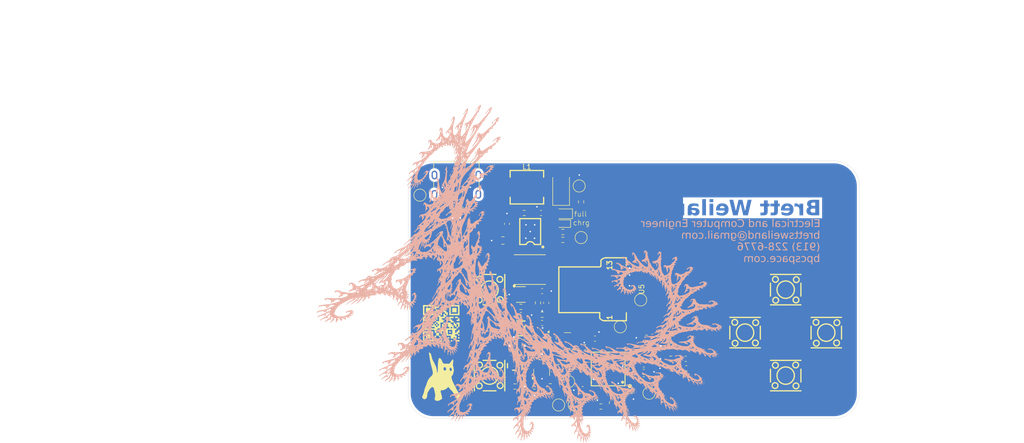
<source format=kicad_pcb>
(kicad_pcb (version 20241229) (generator "pcbnew") (generator_version "9.0")
  (layers (0 "F.Cu" signal) (2 "B.Cu" signal) (13 "F.Paste" user) (15 "B.Paste" user) (5 "F.SilkS" user "F.Silkscreen") (7 "B.SilkS" user "B.Silkscreen") (1 "F.Mask" user) (3 "B.Mask" user) (25 "Edge.Cuts" user))
  (net 0 "")
  (net 1 "GND")
  (net 2 "+3V0")
  (net 3 "Net-(U4-VBAT)")
  (net 4 "Net-(C13-Pad1)")
  (net 5 "Net-(C14-Pad1)")
  (net 6 "Net-(C15-Pad1)")
  (net 7 "Net-(C16-Pad1)")
  (net 8 "Net-(C17-Pad1)")
  (net 9 "Net-(C18-Pad1)")
  (net 10 "Net-(U2-VIN)")
  (net 11 "in_button_a")
  (net 12 "Net-(U4-BOOT0)")
  (net 13 "in_button_b")
  (net 14 "in_button_down")
  (net 15 "in_button_left")
  (net 16 "in_button_right")
  (net 17 "in_button_up")
  (net 18 "spi1_sck")
  (net 19 "Net-(J1-CC1)")
  (net 20 "spi1_mosi")
  (net 21 "bat output")
  (net 22 "Net-(J1-CC2)")
  (net 23 "power_info")
  (net 30 "Net-(Q1-S)")
  (net 31 "lcd_reset")
  (net 37 "Net-(U1-SW)")
  (net 43 "Net-(R10-Pad1)")
  (net 47 "spi1_miso")
  (net 51 "lcd_dataselect")
  (net 53 "lcd_cs")
  (net 57 "Net-(U4-NRST)")
  (net 58 "Net-(U4-PA14)")
  (net 59 "Net-(U4-PA13)")
  (net 60 "backlight_fet")
  (net 61 "Net-(D1-K)")
  (net 62 "Net-(U1-CT)")
  (net 63 "usb vbus")
  (net 64 "Net-(U7-CT)")
  (net 65 "Net-(U6-EN)")
  (net 66 "Net-(U3-VIN)")
  (net 67 "Net-(D1-A)")
  (net 68 "Net-(D2-K)")
  (net 69 "Net-(D3-K)")
  (net 70 "Net-(U6-SW)")
  (net 71 "Net-(U1-ISEL)")
  (net 72 "Net-(U1-~{DONE})")
  (net 73 "Net-(U1-~{CHRG})")
  (net 74 "Net-(U6-FB)")
  (net 75 "Net-(U9-FB)")
  (net 78 "Net-(U2-VOUT)")
  (net 79 "Net-(Q2-D)")
  (footprint "LOGO" (layer "F.Cu") (at 139.330529 124.060137)
    (property "Reference" "G***" (hide yes))
    (property "Value" "LOGO" (hide yes))
  )
  (footprint "Capacitor_SMD:C_0603_1608Metric" (layer "F.Cu") (at 187.369442 122.41021)
    (property "Reference" "C14" (hide yes))
    (property "Value" "2.2uF" (hide yes))
  )
  (footprint "Package_TO_SOT_SMD:SOT-23" (layer "F.Cu") (at 158.869747 123.20806 90)
    (property "Reference" "Q2" (hide yes))
    (property "Value" "XR2N13" (hide yes))
  )
  (footprint "Capacitor_SMD:C_0603_1608Metric" (layer "F.Cu") (at 167.433349 118.253643 180)
    (property "Reference" "C4" (hide yes))
    (property "Value" "100nF" (hide yes))
  )
  (footprint "Capacitor_SMD:C_0603_1608Metric" (layer "F.Cu") (at 158.96318 107.195974)
    (property "Reference" "C25" (hide yes))
    (property "Value" "10uF" (hide yes))
  )
  (footprint "easyeda2kicad:SW-SMD_4P-L6.0-W6.0-P4.50-LS8.6" (layer "F.Cu") (at 206.951133 106.915534)
    (property "Reference" "b_up1" (hide yes))
    (property "Value" "TSD003A04126A02" (hide yes))
  )
  (footprint "Capacitor_SMD:C_0603_1608Metric" (layer "F.Cu") (at 187.273159 120.535261)
    (property "Reference" "C16" (hide yes))
    (property "Value" "2.2uF" (hide yes))
  )
  (footprint "Resistor_SMD:R_0603_1608Metric" (layer "F.Cu") (at 157.428611 125.980447 180)
    (property "Reference" "R22" (hide yes))
    (property "Value" "10k" (hide yes))
  )
  (footprint "Capacitor_SMD:C_0603_1608Metric" (layer "F.Cu") (at 159.771321 109.516969 -90)
    (property "Reference" "C22" (hide yes))
    (property "Value" "10uF" (hide yes))
  )
  (footprint "indigos_imports:IND-SMD_L5.8-W5.2" (layer "F.Cu") (at 156.594572 102.96059)
    (property "Reference" "L2" (hide yes))
    (property "Value" "4.7uH" (hide yes))
  )
  (footprint "Resistor_SMD:R_0603_1608Metric" (layer "F.Cu") (at 163.043852 97.111187 180)
    (property "Reference" "R14" (hide yes))
    (property "Value" "50" (hide yes))
  )
  (footprint "Resistor_SMD:R_0603_1608Metric" (layer "F.Cu") (at 161.212267 116.458573 90)
    (property "Reference" "R24" (hide yes))
    (property "Value" "0" (hide yes))
  )
  (footprint "Capacitor_SMD:C_0603_1608Metric" (layer "F.Cu") (at 152.049345 93.952156 90)
    (property "Reference" "C9" (hide yes))
    (property "Value" "22uF" (hide yes))
  )
  (footprint "indigos_imports:IND-SMD_L7.2-W6.6_GPSR07X0" (layer "F.Cu") (at 155.959399 86.734328)
    (property "Reference" "L1")
    (property "Value" "15uH" (hide yes))
  )
  (footprint "TestPoint:TestPoint_Pad_D2.0mm" (layer "F.Cu") (at 164.177791 125.03373)
    (property "Reference" "SWDIO1" (hide yes))
    (property "Value" "SWDIO" (hide yes))
  )
  (footprint "TestPoint:TestPoint_Pad_D2.0mm" (layer "F.Cu") (at 162.215982 129.637235)
    (property "Reference" "TP3" (hide yes))
    (property "Value" "tp_3v" (hide yes))
  )
  (footprint "Package_TO_SOT_SMD:SOT-23" (layer "F.Cu") (at 163.969599 116.951836 180)
    (property "Reference" "Q1" (hide yes))
    (property "Value" "XR2N13" (hide yes))
  )
  (footprint "Capacitor_SMD:C_0805_2012Metric" (layer "F.Cu") (at 151.244313 97.232762 180)
    (property "Reference" "C7" (hide yes))
    (property "Value" "270nF" (hide yes))
  )
  (footprint "Resistor_SMD:R_0603_1608Metric" (layer "F.Cu") (at 174.948734 129.933381)
    (property "Reference" "R10" (hide yes))
    (property "Value" "0" (hide yes))
  )
  (footprint "Resistor_SMD:R_0603_1608Metric" (layer "F.Cu") (at 158.96318 111.847959)
    (property "Reference" "R17" (hide yes))
    (property "Value" "100k 1%" (hide yes))
  )
  (footprint "Capacitor_SMD:C_0603_1608Metric" (layer "F.Cu") (at 176.686855 126.779815)
    (property "Reference" "C12" (hide yes))
    (property "Value" "100nF" (hide yes))
  )
  (footprint "easyeda2kicad:OLED-SMD_ST7735S" (layer "F.Cu") (at 177.014466 106.835534 -90)
    (property "Reference" "U5")
    (property "Value" "N096-1608TBBIG11-H13" (hide yes))
  )
  (footprint "Capacitor_SMD:C_0603_1608Metric" (layer "F.Cu") (at 178.99165 124.571621)
    (property "Reference" "C11" (hide yes))
    (property "Value" ".1uF" (hide yes))
  )
  (footprint "Resistor_SMD:R_0603_1608Metric" (layer "F.Cu") (at 170.530995 129.935313 180)
    (property "Reference" "R11" (hide yes))
    (property "Value" "0" (hide yes))
  )
  (footprint "Resistor_SMD:R_0603_1608Metric" (layer "F.Cu") (at 166.643276 89.61276 -90)
    (property "Reference" "R21" (hide yes))
    (property "Value" "0" (hide yes))
  )
  (footprint "TestPoint:TestPoint_Pad_D2.0mm" (layer "F.Cu") (at 134.880772 88.298705)
    (property "Reference" "TP2" (hide yes))
    (property "Value" "tp_usb" (hide yes))
  )
  (footprint "Package_TO_SOT_SMD:SOT-363_SC-70-6" (layer "F.Cu") (at 158.96318 119.569663)
    (property "Reference" "U3" (hide yes))
    (property "Value" "LM66100DCK" (hide yes))
  )
  (footprint "Resistor_SMD:R_0603_1608Metric" (layer "F.Cu") (at 142.831133 90.805534 -90)
    (property "Reference" "R2" (hide yes))
    (property "Value" "5.1k")
  )
  (footprint "Resistor_SMD:R_0603_1608Metric" (layer "F.Cu") (at 163.043852 95.54565 180)
    (property "Reference" "R15" (hide yes))
    (property "Value" "50" (hide yes))
  )
  (footprint "Capacitor_SMD:C_0603_1608Metric" (layer "F.Cu") (at 182.485179 116.39855)
    (property "Reference" "C13" (hide yes))
    (property "Value" "2.2uF" (hide yes))
  )
  (footprint "Capacitor_SMD:C_0603_1608Metric" (layer "F.Cu") (at 158.96318 113.473015)
    (property "Reference" "C10" (hide yes))
    (property "Value" "15nF" (hide yes))
  )
  (footprint "Resistor_SMD:R_0603_1608Metric" (layer "F.Cu") (at 153.596265 126.000289 180)
    (property "Reference" "R18" (hide yes))
    (property "Value" "400k 1%" (hide yes))
  )
  (footprint "Resistor_SMD:R_0603_1608Metric" (layer "F.Cu") (at 158.15504 109.516969 -90)
    (property "Reference" "R16" (hide yes))
    (property "Value" "500k 1%" (hide yes))
  )
  (footprint "Capacitor_SMD:C_0603_1608Metric" (layer "F.Cu") (at 178.99165 121.651621 180)
    (property "Reference" "C8" (hide yes))
    (property "Value" "2.2uF" (hide yes))
  )
  (footprint "Resistor_SMD:R_0603_1608Metric" (layer "F.Cu") (at 184.313159 120.535261)
    (property "Reference" "R9" (hide yes))
    (property "Value" "1k" (hide yes))
  )
  (footprint "LOGO" (layer "F.Cu") (at 139.088633 113.538608)
    (property "Reference" "G***" (hide yes))
    (property "Value" "LOGO" (hide yes))
  )
  (footprint "Resistor_SMD:R_0603_1608Metric" (layer "F.Cu") (at 162.1334 122.213186)
    (property "Reference" "R13" (hide yes))
    (property "Value" "1k" (hide yes))
  )
  (footprint "Capacitor_SMD:C_0603_1608Metric" (layer "F.Cu") (at 187.257004 118.016635)
    (property "Reference" "C15" (hide yes))
    (property "Value" "2.2uF" (hide yes))
  )
  (footprint "Battery:BatteryHolder_Keystone_2466_1xAAA" (layer "F.Cu") (at 171.696584 90.815557)
    (property "Reference" "BT1" (hide yes))
    (property "Value" "NiMH AAA cell" (hide yes))
  )
  (footprint "easyeda2kicad:SW-SMD_4P-L6.0-W6.0-P4.50-LS8.6" (layer "F.Cu") (at 214.951133 115.382201)
    (property "Reference" "b_left1" (hide yes))
    (property "Value" "TSD003A04126A02" (hide yes))
  )
  (footprint "Capacitor_SMD:C_0603_1608Metric" (layer "F.Cu") (at 178.99165 123.111621)
    (property "Reference" "C5" (hide yes))
    (property "Value" "100nF" (hide yes))
  )
  (footprint "easyeda2kicad:SW-SMD_4P-L6.0-W6.0-P4.50-LS8.6" (layer "F.Cu") (at 198.951133 115.382201)
    (property "Reference" "b_right1" (hide yes))
    (property "Value" "TSD003A04126A02" (hide yes))
  )
  (footprint "Resistor_SMD:R_0603_1608Metric" (layer "F.Cu") (at 162.326172 120.48183)
    (property "Reference" "R12" (hide yes))
    (property "Value" "1k" (hide yes))
  )
  (footprint "Capacitor_SMD:C_0603_1608Metric" (layer "F.Cu") (at 165.286172 120.48183)
    (property "Reference" "C17" (hide yes))
    (property "Value" "2.2uF" (hide yes))
  )
  (footprint "Resistor_SMD:R_0603_1608Metric" (layer "F.Cu") (at 184.409442 122.41021)
    (property "Reference" "R6" (hide yes))
    (property "Value" "1k" (hide yes))
  )
  (footprint "Capacitor_SMD:C_0603_1608Metric" (layer "F.Cu") (at 154.779818 111.915048)
    (property "Reference" "C19" (hide yes))
    (property "Value" "1nF" (hide yes))
  )
  (footprint "TestPoint:TestPoint_Pad_D2.0mm" (layer "F.Cu") (at 174.362663 114.235371)
    (property "Reference" "TP_mosi1" (hide yes))
    (property "Value" "TestPoint" (hide yes))
  )
  (footprint "indigos_kicad_lib:SAMESKY_UJC-H-G-SMT-2-P6-TR" (layer "F.Cu") (at 142.074466 84.33 180)
    (property "Reference" "J1" (hide yes))
    (property "Value" "USB_C_Receptacle_PowerOnly_6P" (hide yes))
  )
  (footprint "LED_SMD:LED_0805_2012Metric" (layer "F.Cu") (at 163.255271 91.972776 180)
    (property "Reference" "D2" (hide yes))
    (property "Value" "purple" (hide yes))
  )
  (footprint "Resistor_SMD:R_0603_1608Metric" (layer "F.Cu") (at 184.297004 118.016635)
    (property "Reference" "R7" (hide yes))
    (property "Value" "1k" (hide yes))
  )
  (footprint "TestPoint:TestPoint_Pad_D2.0mm" (layer "F.Cu") (at 180.021047 127.320001)
    (property "Reference" "tst_nrst1" (hide yes))
    (property "Value" "tst_nrst" (hide yes))
  )
  (footprint "indigos_imports:SOT-23-6_L2.9-W1.6-P0.95-LS2.8-BL" (layer "F.Cu") (at 154.779818 107.869279 -90)
    (property "Reference" "U6" (hide yes))
    (property "Value" "TLV61220DBVR-TP" (hide yes))
  )
  (footprint "Resistor_SMD:R_0603_1608Metric" (layer "F.Cu") (at 155.439853 91.81871 180)
    (property "Reference" "R4" (hide yes))
    (property "Value" "0" (hide yes))
  )
  (footprint "TestPoint:TestPoint_Pad_D2.0mm" (layer "F.Cu") (at 166.260568 86.489059)
    (property "Reference" "TestPoint_gnd1" (hide yes))
    (property "Value" "tp_gnd" (hide yes))
  )
  (footprint "Capacitor_SMD:C_0603_1608Metric" (layer "F.Cu") (at 169.388611 116.553306)
    (property "Reference" "C2" (hide yes))
    (property "Value" "10uF" (hide yes))
  )
  (footprint "TestPoint:TestPoint_Pad_D2.0mm" (layer "F.Cu") (at 178.381844 108.935534)
    (property "Reference" "TP_sck1" (hide yes))
    (property "Value" "TestPoint" (hide yes))
  )
  (footprint "Capacitor_SMD:C_0603_1608Metric" (layer "F.Cu") (at 165.0934 122.213186)
    (property "Reference" "C18" (hide yes))
    (property "Value" "2.2uF" (hide yes))
  )
  (footprint "easyeda2kicad:LQFP-48_L7.0-W7.0-P0.50-LS9.0-BL" (layer "F.Cu") (at 171.990878 122.534125 90)
    (property "Reference" "U4" (hide yes))
    (property "Value" "STM32F103C8T6" (hide yes))
  )
  (footprint "Capacitor_SMD:C_0603_1608Metric" (layer "F.Cu") (at 155.531367 117.183014 180)
    (property "Reference" "C20" (hide yes))
    (property "Value" "1uF" (hide yes))
  )
  (footprint "Resistor_SMD:R_0603_1608Metric" (layer "F.Cu") (at 160.575308 125.969797)
    (property "Reference" "R23" (hide yes))
    (property "Value" "10k" (hide yes))
  )
  (footprint "easyeda2kicad:SW-SMD_4P-L6.0-W6.0-P4.50-LS8.6" (layer "F.Cu") (at 148.607799 123.848868 90)
    (property "Reference" "b_b1" (hide yes))
    (property "Value" "TSD003A04126A02" (hide yes))
  )
  (footprint "easyeda2kicad:SW-SMD_4P-L6.0-W6.0-P4.50-LS8.6" (layer "F.Cu") (at 206.951133 123.848868 180)
    (property "Reference" "b_down1" (hide yes))
    (property "Value" "TSD003A04126A02" (hide yes))
  )
  (footprint "LED_SMD:LED_0603_1608Metric" (layer "F.Cu") (at 163.089463 93.905116 180)
    (property "Reference" "D3" (hide yes))
    (property "Value" "amber" (hide yes))
  )
  (footprint "Resistor_SMD:R_0603_1608Metric" (layer "F.Cu") (at 154.779818 110.310463)
    (property "Reference" "R20" (hide yes))
    (property "Value" "10k" (hide yes))
  )
  (footprint "indigos_imports:SOT-23-5_L2.9-W1.6-P0.95-LS2.8-BR" (layer "F.Cu") (at 153.526567 121.894558 90)
    (property "Reference" "U9" (hide yes))
    (property "Value" "CJ6300BM" (hide yes))
  )
  (footprint "indigos_imports:ESOP-8_L4.9-W3.9-P1.27-LS6.0-BL-EP" (layer "F.Cu") (at 156.615975 95.469672 90)
    (property "Reference" "U1" (hide yes))
    (property "Value" "CN3600" (hide yes))
  )
  (footprint "Capacitor_SMD:C_0603_1608Metric" (layer "F.Cu") (at 158.731914 91.818526 180)
    (property "Reference" "C1" (hide yes))
    (property "Value" "22uF" (hide yes))
  )
  (footprint "Resistor_SMD:R_0603_1608Metric" (layer "F.Cu") (at 179.525179 116.39855)
    (property "Reference" "R5" (hide yes))
    (property "Value" "1k" (hide yes))
  )
  (footprint "Package_TO_SOT_SMD:SOT-363_SC-70-6" (layer "F.Cu") (at 158.92568 116.326388 -90)
    (property "Reference" "U2" (hide yes))
    (property "Value" "LM66100DCK" (hide yes))
  )
  (footprint "Diode_SMD:D_SMA" (layer "F.Cu") (at 162.704823 86.794524 90)
    (property "Reference" "D1" (hide yes))
    (property "Value" "D_Schottky" (hide yes))
  )
  (footprint "TestPoint:TestPoint_Pad_D2.0mm" (layer "F.Cu") (at 165.303801 129.637235)
    (property "Reference" "SWCLK1" (hide yes))
    (property "Value" "SWCLK" (hide yes))
  )
  (footprint "Resistor_SMD:R_0603_1608Metric" (layer "F.Cu") (at 172.740878 129.182482 -90)
    (property "Reference" "R8" (hide yes))
    (property "Value" "10k" (hide yes))
  )
  (footprint "Capacitor_SMD:C_0603_1608Metric" (layer "F.Cu") (at 174.948724 128.478655)
    (property "Reference" "C6" (hide yes))
    (property "Value" "100nF" (hide yes))
  )
  (footprint "Capacitor_SMD:C_0603_1608Metric" (layer "F.Cu") (at 155.244361 124.419275)
    (property "Reference" "C24" (hide yes))
    (property "Value" "1uF" (hide yes))
  )
  (footprint "Capacitor_SMD:C_0603_1608Metric" (layer "F.Cu") (at 153.596567 119.134045 180)
    (property "Reference" "C21" (hide yes))
    (property "Value" "1uF" (hide yes))
  )
  (footprint "easyeda2kicad:SW-SMD_4P-L6.0-W6.0-P4.50-LS8.6" (layer "F.Cu") (at 148.607799 106.915534 90)
    (property "Reference" "b_a1" (hide yes))
    (property "Value" "TSD003A04126A02" (hide yes))
  )
  (footprint "Capacitor_SMD:C_0603_1608Metric" (layer "F.Cu") (at 166.965878 126.518684 180)
    (property "Reference" "C3" (hide yes))
    (property "Value" "100nF" (hide yes))
  )
  (footprint "TestPoint:TestPoint_Pad_D2.0mm" (layer "F.Cu") (at 166.644763 96.653916)
    (property "Reference" "TP1" (hide yes))
    (property "Value" "tp_battery" (hide yes))
  )
  (footprint "Resistor_SMD:R_0603_1608Metric" (layer "F.Cu") (at 155.349973 127.76537)
    (property "Reference" "R19" (hide yes))
    (property "Value" "100k 1%" (hide yes))
  )
  (footprint "indigos_imports:SSOP-5_L2.9-W1.6-P0.95-LS2.8-TL" (layer "F.Cu") (at 154.779818 114.539341)
    (property "Reference" "U7" (hide yes))
    (property "Value" "BU4210G-TR" (hide yes))
  )
  (footprint "Resistor_SMD:R_0603_1608Metric" (layer "F.Cu") (at 141.331133 90.805534 -90)
    (property "Reference" "R1" (hide yes))
    (property "Value" "5.1k")
  )
  (footprint "LOGO" (layer "B.Cu") (at 154.509245 103.675705 180)
    (property "Reference" "G***" (hide yes))
    (property "Value" "LOGO" (hide yes))
  )
  (gr_line (start 137.564466 132.335534) (end 216.464466 132.335534) (stroke (width 0.05)) (layer "Edge.Cuts"))
  (gr_arc (start 137.564466 132.335534) (mid 134.028942 130.871058) (end 132.564466 127.335534) (stroke (width 0.05)) (layer "Edge.Cuts"))
  (gr_line (start 132.564466 86.535534) (end 132.564466 127.335534) (stroke (width 0.05)) (layer "Edge.Cuts"))
  (gr_arc (start 216.464466 81.535534) (mid 220.00001 82.99999) (end 221.464466 86.535534) (stroke (width 0.05)) (layer "Edge.Cuts"))
  (gr_line (start 221.464466 127.335534) (end 221.464466 86.535534) (stroke (width 0.05)) (layer "Edge.Cuts"))
  (gr_line (start 216.464466 81.535534) (end 137.564466 81.535534) (stroke (width 0.05)) (layer "Edge.Cuts"))
  (gr_arc (start 132.564466 86.535534) (mid 134.028918 82.999966) (end 137.564466 81.535534) (stroke (width 0.05)) (layer "Edge.Cuts"))
  (gr_arc (start 221.464466 127.335534) (mid 219.999986 130.871034) (end 216.464466 132.335534) (stroke (width 0.05)) (layer "Edge.Cuts"))
  (gr_text "Brett Weiland" (at 213.949245 89.270705 -0) (layer "B.Cu") (effects (font (size 3 3) (thickness 0.2) (bold yes)) (justify left top mirror)))
  (gr_text "full" (at 166.542506 92.016071 0) (layer "F.SilkS") (effects (font (size 1 1) (thickness 0.1))))
  (gr_text "chrg" (at 164.986608 94.328328 0) (layer "F.SilkS") (effects (font (size 1 1) (thickness 0.1)) (justify left bottom)))
  (gr_text "Electrical and Computer Engineer" (at 213.799245 93.070705 -0) (layer "B.SilkS") (effects (font (size 1.5 1.5)) (justify left top mirror)))
  (gr_text "brettsweiland@gmail.com" (at 213.739245 95.370705 -0) (layer "B.SilkS") (effects (font (size 1.5 1.5)) (justify left top mirror)))
  (gr_text "(913) 228-6776" (at 213.759245 97.670705 -0) (layer "B.SilkS") (effects (font (size 1.5 1.5)) (justify left top mirror)))
  (gr_text "bpcspace.com" (at 213.739245 99.970705 -0) (layer "B.SilkS") (effects (font (size 1.5 1.5)) (justify left top mirror)))
  (segment (start 165.988192 126.72137) (end 166.190878 126.518684) (width 0.25) (layer "F.Cu") (net 1))
  (segment (start 161.3084 122.213186) (end 160.9084 122.213186) (width 0.25) (layer "F.Cu") (net 1))
  (segment (start 154.614853 90.566705) (end 157.915317 90.566705) (width 0.5) (layer "F.Cu") (net 1))
  (segment (start 161.501172 120.48183) (end 161.220065 120.48183) (width 0.25) (layer "F.Cu") (net 1))
  (segment (start 179.76665 123.111621) (end 181.015522 123.111621) (width 0.25) (layer "F.Cu") (net 1))
  (segment (start 176.964712 128.478655) (end 175.723724 128.478655) (width 0.25) (layer "F.Cu") (net 1))
  (segment (start 179.76665 124.571621) (end 179.76665 123.111621) (width 0.25) (layer "F.Cu") (net 1))
  (segment (start 167.740878 124.784125) (end 166.946477 124.784125) (width 0.25) (layer "F.Cu") (net 1))
  (segment (start 159.063103 114.460088) (end 159.063103 114.148092) (width 0.35) (layer "F.Cu") (net 1))
  (segment (start 139.324466 88.21) (end 139.324466 86.798762) (width 0.5) (layer "F.Cu") (net 1))
  (segment (start 166.658349 118.253643) (end 166.658349 117.969587) (width 0.25) (layer "F.Cu") (net 1))
  (segment (start 159.771321 110.291969) (end 159.771321 111.8311) (width 0.25) (layer "F.Cu") (net 1))
  (segment (start 158.01318 119.569663) (end 158.835939 119.569663) (width 0.35) (layer "F.Cu") (net 1))
  (segment (start 169.740878 118.284125) (end 169.740878 116.976039) (width 0.25) (layer "F.Cu") (net 1))
  (segment (start 152.485096 107.869279) (end 153.629818 107.869279) (width 0.5) (layer "F.Cu") (net 1))
  (segment (start 159.78818 111.847959) (end 159.72056 111.847959) (width 0.25) (layer "F.Cu") (net 1))
  (segment (start 159.771321 110.30102) (end 158.972471 111.09987) (width 0.25) (layer "F.Cu") (net 1))
  (segment (start 165.214859 126.72137) (end 165.988192 126.72137) (width 0.25) (layer "F.Cu") (net 1))
  (segment (start 156.306367 117.297963) (end 155.595108 118.009222) (width 0.25) (layer "F.Cu") (net 1))
  (segment (start 159.819747 124.14556) (end 159.263045 124.14556) (width 0.25) (layer "F.Cu") (net 1))
  (segment (start 159.263045 124.14556) (end 158.942524 124.466081) (width 0.25) (layer "F.Cu") (net 1))
  (segment (start 158.916359 120.221145) (end 158.916359 119.650083) (width 0.25) (layer "F.Cu") (net 1))
  (segment (start 174.559466 106.135534) (end 176.171148 106.135534) (width 0.5) (layer "F.Cu") (net 1))
  (segment (start 169.740878 116.976039) (end 170.163611 116.553306) (width 0.25) (layer "F.Cu") (net 1))
  (segment (start 152.049345 93.177156) (end 152.049345 91.926748) (width 0.5) (layer "F.Cu") (net 1))
  (segment (start 178.700179 116.39855) (end 177.51654 116.39855) (width 0.25) (layer "F.Cu") (net 1))
  (segment (start 158.92568 115.376388) (end 158.92568 114.597511) (width 0.35) (layer "F.Cu") (net 1))
  (segment (start 179.76665 123.111621) (end 179.76665 121.651621) (width 0.25) (layer "F.Cu") (net 1))
  (segment (start 152.584938 118.897416) (end 152.821567 119.134045) (width 0.25) (layer "F.Cu") (net 1))
  (segment (start 149.023476 97.232762) (end 149.013148 97.24309) (width 0.5) (layer "F.Cu") (net 1))
  (segment (start 156.174973 127.76537) (end 157.43012 127.76537) (width 0.25) (layer "F.Cu") (net 1))
  (segment (start 159.771321 110.291969) (end 159.771321 110.30102) (width 0.25) (layer "F.Cu") (net 1))
  (segment (start 153.526567 120.794558) (end 153.526567 119.839045) (width 0.5) (layer "F.Cu") (net 1))
  (segment (start 159.525975 93.559672) (end 159.525975 93.387587) (width 0.5) (layer "F.Cu") (net 1))
  (segment (start 152.049345 91.926748) (end 152.033625 91.911028) (width 0.5) (layer "F.Cu") (net 1))
  (segment (start 155.565403 125.980447) (end 155.524703 126.021147) (width 0.25) (layer "F.Cu") (net 1))
  (segment (start 166.260568 86.489059) (end 166.260568 84.338634) (width 0.5) (layer "F.Cu") (net 1))
  (segment (start 153.429818 115.489341) (end 153.429818 116.147165) (width 0.5) (layer "F.Cu") (net 1))
  (segment (start 156.603611 125.980447) (end 155.565403 125.980447) (width 0.25) (layer "F.Cu") (net 1))
  (segment (start 161.3084 122.213186) (end 161.3084 120.674602) (width 0.25) (layer "F.Cu") (net 1))
  (segment (start 150.294313 97.232762) (end 149.023476 97.232762) (width 0.5) (layer "F.Cu") (net 1))
  (segment (start 141.331133 91.630534) (end 141.331133 92.805534) (width 0.2) (layer "F.Cu") (net 1))
  (segment (start 166.190878 125.539724) (end 166.190878 126.518684) (width 0.25) (layer "F.Cu") (net 1))
  (segment (start 159.771321 111.8311) (end 159.78818 111.847959) (width 0.25) (layer "F.Cu") (net 1))
  (segment (start 157.956914 91.818526) (end 157.956914 90.608302) (width 0.5) (layer "F.Cu") (net 1))
  (segment (start 174.559466 102.635534) (end 176.199643 102.635534) (width 0.5) (layer "F.Cu") (net 1))
  (segment (start 175.041178 121.784125) (end 174.846241 121.979062) (width 0.25) (layer "F.Cu") (net 1))
  (segment (start 144.824466 86.753985) (end 144.824466 88.21) (width 0.5) (layer "F.Cu") (net 1))
  (segment (start 161.3084 120.674602) (end 161.501172 120.48183) (width 0.25) (layer "F.Cu") (net 1))
  (segment (start 174.240878 125.643287) (end 173.978553 125.380962) (width 0.25) (layer "F.Cu") (net 1))
  (segment (start 166.260568 84.338634) (end 166.274878 84.324324) (width 0.5) (layer "F.Cu") (net 1))
  (segment (start 142.831133 91.630534) (end 142.831133 92.805534) (width 0.2) (layer "F.Cu") (net 1))
  (segment (start 166.658349 117.969587) (end 167.264504 117.363432) (width 0.25) (layer "F.Cu") (net 1))
  (segment (start 169.851399 128.690445) (end 169.851399 129.789909) (width 0.25) (layer "F.Cu") (net 1))
  (segment (start 183.488159 120.535261) (end 182.290644 120.535261) (width 0.25) (layer "F.Cu") (net 1))
  (segment (start 139.324466 86.798762) (end 139.328918 86.79431) (width 0.5) (layer "F.Cu") (net 1))
  (segment (start 174.240878 126.784125) (end 174.240878 125.643287) (width 0.25) (layer "F.Cu") (net 1))
  (segment (start 159.78818 113.423015) (end 159.73818 113.473015) (width 0.25) (layer "F.Cu") (net 1))
  (segment (start 176.240878 121.784125) (end 175.041178 121.784125) (width 0.25) (layer "F.Cu") (net 1))
  (segment (start 159.525975 93.387587) (end 157.956914 91.818526) (width 0.5) (layer "F.Cu") (net 1))
  (segment (start 170.163611 116.553306) (end 170.163611 115.257278) (width 0.5) (layer "F.Cu") (net 1))
  (segment (start 160.9084 122.213186) (end 158.916359 120.221145) (width 0.25) (layer "F.Cu") (net 1))
  (segment (start 153.429818 116.147165) (end 153.357396 116.219587) (width 0.5) (layer "F.Cu") (net 1))
  (segment (start 157.956914 90.608302) (end 157.946956 90.598344) (width 0.5) (layer "F.Cu") (net 1))
  (segment (start 157.915317 90.566705) (end 157.946956 90.598344) (width 0.5) (layer "F.Cu") (net 1))
  (segment (start 153.526567 119.839045) (end 152.821567 119.134045) (width 0.5) (layer "F.Cu") (net 1))
  (segment (start 152.584938 117.979096) (end 152.584938 118.897416) (width 0.5) (layer "F.Cu") (net 1))
  (segment (start 158.835939 119.569663) (end 158.916359 119.650083) (width 0.35) (layer "F.Cu") (net 1))
  (segment (start 155.554818 111.915048) (end 156.894461 111.915048) (width 0.5) (layer "F.Cu") (net 1))
  (segment (start 144.821338 86.750857) (end 144.824466 86.753985) (width 0.5) (layer "F.Cu") (net 1))
  (segment (start 156.306367 117.183014) (end 156.306367 117.297963) (width 0.25) (layer "F.Cu") (net 1))
  (segment (start 159.73818 107.195974) (end 160.764492 107.195974) (width 0.5) (layer "F.Cu") (net 1))
  (segment (start 159.063103 114.148092) (end 159.73818 113.473015) (width 0.35) (layer "F.Cu") (net 1))
  (segment (start 156.019361 125.526489) (end 155.524703 126.021147) (width 0.25) (layer "F.Cu") (net 1))
  (segment (start 169.851399 129.789909) (end 169.705995 129.935313) (width 0.25) (layer "F.Cu") (net 1))
  (segment (start 183.584442 122.41021) (end 182.194361 122.41021) (width 0.25) (layer "F.Cu") (net 1))
  (segment (start 166.946477 124.784125) (end 166.190878 125.539724) (width 0.25) (layer "F.Cu") (net 1))
  (segment (start 159.78818 111.847959) (end 159.746426 111.847959) (width 0.35) (layer "F.Cu") (net 1))
  (segment (start 168.854515 124.784125) (end 169.05776 124.58088) (width 0.25) (layer "F.Cu") (net 1))
  (segment (start 158.92568 114.597511) (end 159.063103 114.460088) (width 0.35) (layer "F.Cu") (net 1))
  (segment (start 156.019361 124.419275) (end 156.019361 125.526489) (width 0.25) (layer "F.Cu") (net 1))
  (segment (start 159.78818 111.847959) (end 159.78818 113.423015) (width 0.25) (layer "F.Cu") (net 1))
  (segment (start 174.559466 104.035534) (end 176.199643 104.035534) (width 0.5) (layer "F.Cu") (net 1))
  (segment (start 167.740878 124.784125) (end 168.854515 124.784125) (width 0.25) (layer "F.Cu") (net 1))
  (segment (start 159.72056 111.847959) (end 158.972471 111.09987) (width 0.25) (layer "F.Cu") (net 1))
  (segment (start 154.614853 91.81871) (end 154.614853 90.566705) (width 0.5) (layer "F.Cu") (net 1))
  (segment (start 183.472004 118.016635) (end 182.306799 118.016635) (width 0.25) (layer "F.Cu") (net 1))
  (via (at 157.465999 96.790275) (size 0.6) (drill 0.3) (layers "F.Cu" "B.Cu") (net 1))
  (via (at 165.214859 126.72137) (size 0.6) (drill 0.3) (layers "F.Cu" "B.Cu") (net 1))
  (via (at 159.063103 114.460088) (size 0.6) (drill 0.3) (layers "F.Cu" "B.Cu") (net 1))
  (via (at 174.846241 121.979062) (size 0.6) (drill 0.3) (layers "F.Cu" "B.Cu") (net 1))
  (via (at 176.199643 104.035534) (size 0.6) (drill 0.3) (layers "F.Cu" "B.Cu") (net 1))
  (via (at 169.05776 124.58088) (size 0.6) (drill 0.3) (layers "F.Cu" "B.Cu") (net 1))
  (via (at 156.894461 111.915048) (size 0.6) (drill 0.3) (layers "F.Cu" "B.Cu") (net 1))
  (via (at 177.51654 116.39855) (size 0.6) (drill 0.3) (layers "F.Cu" "B.Cu") (net 1))
  (via (at 176.199643 102.635534) (size 0.6) (drill 0.3) (layers "F.Cu" "B.Cu") (net 1))
  (via (at 156.615975 95.469672) (size 0.6) (drill 0.3) (layers "F.Cu" "B.Cu") (net 1))
  (via (at 182.290644 120.535261) (size 0.6) (drill 0.3) (layers "F.Cu" "B.Cu") (net 1))
  (via (at 160.764492 107.195974) (size 0.6) (drill 0.3) (layers "F.Cu" "B.Cu") (net 1))
  (via (at 152.485096 107.869279) (size 0.6) (drill 0.3) (layers "F.Cu" "B.Cu") (net 1))
  (via (at 158.916359 119.650083) (size 0.6) (drill 0.3) (layers "F.Cu" "B.Cu") (net 1))
  (via (at 157.49431 94.14433) (size 0.6) (drill 0.3) (layers "F.Cu" "B.Cu") (net 1))
  (via (at 152.033625 91.911028) (size 0.6) (drill 0.3) (layers "F.Cu" "B.Cu") (net 1))
  (via (at 169.851399 128.690445) (size 0.6) (drill 0.3) (layers "F.Cu" "B.Cu") (net 1))
  (via (at 142.831133 92.805534) (size 0.6) (drill 0.3) (layers "F.Cu" "B.Cu") (net 1))
  (via (at 182.194361 122.41021) (size 0.6) (drill 0.3) (layers "F.Cu" "B.Cu") (net 1))
  (via (at 176.171148 106.135534) (size 0.6) (drill 0.3) (layers "F.Cu" "B.Cu") (net 1))
  (via (at 155.524703 126.021147) (size 0.6) (drill 0.3) (layers "F.Cu" "B.Cu") (net 1))
  (via (at 182.306799 118.016635) (size 0.6) (drill 0.3) (layers "F.Cu" "B.Cu") (net 1))
  (via (at 149.013148 97.24309) (size 0.6) (drill 0.3) (layers "F.Cu" "B.Cu") (net 1))
  (via (at 158.942524 124.466081) (size 0.6) (drill 0.3) (layers "F.Cu" "B.Cu") (net 1))
  (via (at 152.584938 117.979096) (size 0.6) (drill 0.3) (layers "F.Cu" "B.Cu") (net 1))
  (via (at 144.821338 86.750857) (size 0.6) (drill 0.3) (layers "F.Cu" "B.Cu") (net 1))
  (via (at 155.754494 96.779964) (size 0.6) (drill 0.3) (layers "F.Cu" "B.Cu") (net 1))
  (via (at 153.357396 116.219587) (size 0.6) (drill 0.3) (layers "F.Cu" "B.Cu") (net 1))
  (via (at 141.331133 92.805534) (size 0.6) (drill 0.3) (layers "F.Cu" "B.Cu") (net 1))
  (via (at 173.978553 125.380962) (size 0.6) (drill 0.3) (layers "F.Cu" "B.Cu") (net 1))
  (via (at 157.43012 127.76537) (size 0.6) (drill 0.3) (layers "F.Cu" "B.Cu") (net 1))
  (via (at 157.946956 90.598344) (size 0.6) (drill 0.3) (layers "F.Cu" "B.Cu") (net 1))
  (via (at 158.972471 111.09987) (size 0.6) (drill 0.3) (layers "F.Cu" "B.Cu") (net 1))
  (via (at 139.328918 86.79431) (size 0.6) (drill 0.3) (layers "F.Cu" "B.Cu") (net 1))
  (via (at 167.264504 117.363432) (size 0.6) (drill 0.3) (layers "F.Cu" "B.Cu") (net 1))
  (via (at 166.274878 84.324324) (size 0.6) (drill 0.3) (layers "F.Cu" "B.Cu") (net 1))
  (via (at 181.015522 123.111621) (size 0.6) (drill 0.3) (layers "F.Cu" "B.Cu") (net 1))
  (via (at 176.964712 128.478655) (size 0.6) (drill 0.3) (layers "F.Cu" "B.Cu") (net 1))
  (via (at 170.163611 115.257278) (size 0.6) (drill 0.3) (layers "F.Cu" "B.Cu") (net 1))
  (via (at 155.790251 94.15149) (size 0.6) (drill 0.3) (layers "F.Cu" "B.Cu") (net 1))
  (via (at 155.595108 118.009222) (size 0.6) (drill 0.3) (layers "F.Cu" "B.Cu") (net 1))
  (segment (start 169.68376 124.840178) (end 169.68376 119.649239) (width 0.25) (layer "F.Cu") (net 2))
  (segment (start 172.374458 121.284125) (end 176.240878 121.284125) (width 0.25) (layer "F.Cu") (net 2))
  (segment (start 210.951133 113.132201) (end 218.951133 113.132201) (width 0.25) (layer "F.Cu") (net 2))
  (segment (start 146.357799 127.848868) (end 146.357799 119.848868) (width 0.35) (layer "F.Cu") (net 2))
  (segment (start 167.740878 125.284125) (end 169.239813 125.284125) (width 0.25) (layer "F.Cu") (net 2))
  (segment (start 169.240878 119.206358) (end 171.318645 121.284125) (width 0.25) (layer "F.Cu") (net 2))
  (segment (start 169.68376 119.649239) (end 169.240878 119.206358) (width 0.25) (layer "F.Cu") (net 2))
  (segment (start 220.177133 118.558201) (end 212.636466 126.098868) (width 0.25) (layer "F.Cu") (net 2))
  (segment (start 178.21665 123.111621) (end 178.21665 121.651621) (width 0.25) (layer "F.Cu") (net 2))
  (segment (start 218.951133 113.132201) (end 220.177133 114.358201) (width 0.25) (layer "F.Cu") (net 2))
  (segment (start 169.240878 118.284125) (end 169.240878 117.180573) (width 0.25) (layer "F.Cu") (net 2))
  (segment (start 169.240878 118.284125) (end 168.238831 118.284125) (width 0.25) (layer "F.Cu") (net 2))
  (segment (start 174.319008 128.478655) (end 175.773734 129.933381) (width 0.25) (layer "F.Cu") (net 2))
  (segment (start 167.740878 125.284125) (end 167.740878 126.518684) (width 0.25) (layer "F.Cu") (net 2))
  (segment (start 212.177133 105.891534) (end 212.177133 111.906201) (width 0.25) (layer "F.Cu") (net 2))
  (segment (start 212.177133 111.906201) (end 210.951133 113.132201) (width 0.25) (layer "F.Cu") (net 2))
  (segment (start 202.951133 104.665534) (end 174.629466 104.665534) (width 0.25) (layer "F.Cu") (net 2))
  (segment (start 194.951133 113.132201) (end 202.951133 113.132201) (width 0.25) (layer "F.Cu") (net 2))
  (segment (start 163.892262 127.960955) (end 162.215982 129.637235) (width 0.25) (layer "F.Cu") (net 2))
  (segment (start 168.238831 118.284125) (end 168.208349 118.253643) (width 0.25) (layer "F.Cu") (net 2))
  (segment (start 174.559466 104.735534) (end 173.057466 104.735534) (width 0.5) (layer "F.Cu") (net 2))
  (segment (start 212.636466 126.098868) (end 210.951133 126.098868) (width 0.25) (layer "F.Cu") (net 2))
  (segment (start 166.666828 116.553306) (end 166.268298 116.951836) (width 0.5) (layer "F.Cu") (net 2))
  (segment (start 174.740878 126.784125) (end 174.740878 123.650545) (width 0.25) (layer "F.Cu") (net 2))
  (segment (start 210.951133 104.665534) (end 212.177133 105.891534) (width 0.25) (layer "F.Cu") (net 2))
  (segment (start 162.215982 129.637235) (end 161.075895 130.777322) (width 0.25) (layer "F.Cu") (net 2))
  (segment (start 161.212267 115.633573) (end 161.713836 115.633573) (width 0.5) (layer "F.Cu") (net 2))
  (segment (start 167.740878 126.518684) (end 166.298607 127.960955) (width 0.25) (layer "F.Cu") (net 2))
  (segment (start 202.951133 104.665534) (end 210.951133 104.665534) (width 0.25) (layer "F.Cu") (net 2))
  (segment (start 174.740878 123.650545) (end 172.374458 121.284125) (width 0.25) (layer "F.Cu") (net 2))
  (segment (start 149.286253 130.777322) (end 146.357799 127.848868) (width 0.25) (layer "F.Cu") (net 2))
  (segment (start 146.357799 102.915534) (end 146.357799 110.915534) (width 0.35) (layer "F.Cu") (net 2))
  (segment (start 174.173724 128.478655) (end 174.740878 127.911501) (width 0.25) (layer "F.Cu") (net 2))
  (segment (start 174.173724 128.478655) (end 174.319008 128.478655) (width 0.25) (layer "F.Cu") (net 2))
  (segment (start 199.11662 129.933381) (end 175.773734 129.933381) (width 0.25) (layer "F.Cu") (net 2))
  (segment (start 168.613611 116.553306) (end 166.666828 116.553306) (width 0.5) (layer "F.Cu") (net 2))
  (segment (start 166.298607 127.960955) (end 163.892262 127.960955) (width 0.25) (layer "F.Cu") (net 2))
  (segment (start 202.951133 113.132201) (end 210.951133 113.132201) (width 0.25) (layer "F.Cu") (net 2))
  (segment (start 202.951133 126.098868) (end 199.11662 129.933381) (width 0.25) (layer "F.Cu") (net 2))
  (segment (start 169.240878 117.180573) (end 168.613611 116.553306) (width 0.25) (layer "F.Cu") (net 2))
  (segment (start 178.21665 121.651621) (end 177.849154 121.284125) (width 0.25) (layer "F.Cu") (net 2))
  (segment (start 161.075895 130.777322) (end 149.286253 130.777322) (width 0.25) (layer "F.Cu") (net 2))
  (segment (start 146.357799 110.915534) (end 146.357799 119.848868) (width 0.35) (layer "F.Cu") (net 2))
  (segment (start 166.268298 116.951836) (end 163.032099 116.951836) (width 0.5) (layer "F.Cu") (net 2))
  (segment (start 171.318645 121.284125) (end 172.374458 121.284125) (width 0.25) (layer "F.Cu") (net 2))
  (segment (start 174.629466 104.665534) (end 174.559466 104.735534) (width 0.25) (layer "F.Cu") (net 2))
  (segment (start 175.907545 126.784125) (end 175.911855 126.779815) (width 0.25) (layer "F.Cu") (net 2))
  (segment (start 174.740878 126.784125) (end 175.907545 126.784125) (width 0.25) (layer "F.Cu") (net 2))
  (segment (start 177.849154 121.284125) (end 176.240878 121.284125) (width 0.25) (layer "F.Cu") (net 2))
  (segment (start 220.177133 114.358201) (end 220.177133 118.558201) (width 0.25) (layer "F.Cu") (net 2))
  (segment (start 169.240878 118.284125) (end 169.240878 119.206358) (width 0.25) (layer "F.Cu") (net 2))
  (segment (start 166.666828 111.126172) (end 173.057466 104.735534) (width 0.5) (layer "F.Cu") (net 2))
  (segment (start 169.239813 125.284125) (end 169.68376 124.840178) (width 0.25) (layer "F.Cu") (net 2))
  (segment (start 174.740878 127.911501) (end 174.740878 126.784125) (width 0.25) (layer "F.Cu") (net 2))
  (segment (start 161.713836 115.633573) (end 163.032099 116.951836) (width 0.5) (layer "F.Cu") (net 2))
  (segment (start 166.666828 116.553306) (end 166.666828 111.126172) (width 0.5) (layer "F.Cu") (net 2))
  (segment (start 202.951133 126.098868) (end 210.951133 126.098868) (width 0.25) (layer "F.Cu") (net 2))
  (segment (start 176.240878 125.284125) (end 176.240878 125.558838) (width 0.25) (layer "F.Cu") (net 3))
  (segment (start 176.240878 125.558838) (end 177.461855 126.779815) (width 0.25) (layer "F.Cu") (net 3))
  (segment (start 180.350179 116.39855) (end 181.710179 116.39855) (width 0.25) (layer "F.Cu") (net 4))
  (segment (start 185.234442 122.41021) (end 186.594442 122.41021) (width 0.25) (layer "F.Cu") (net 5))
  (segment (start 185.122004 118.016635) (end 186.482004 118.016635) (width 0.25) (layer "F.Cu") (net 6))
  (segment (start 185.138159 120.535261) (end 186.498159 120.535261) (width 0.25) (layer "F.Cu") (net 7))
  (segment (start 164.511172 120.48183) (end 163.151172 120.48183) (width 0.25) (layer "F.Cu") (net 8))
  (segment (start 162.9584 122.213186) (end 164.3184 122.213186) (width 0.25) (layer "F.Cu") (net 9))
  (segment (start 155.929818 107.869279) (end 157.33235 107.869279) (width 0.35) (layer "F.Cu") (net 10))
  (segment (start 158.15504 108.691969) (end 159.721321 108.691969) (width 0.35) (layer "F.Cu") (net 10))
  (segment (start 159.721321 108.691969) (end 159.771321 108.741969) (width 0.35) (layer "F.Cu") (net 10))
  (segment (start 159.771321 108.741969) (end 160.697321 109.667969) (width 0.5) (layer "F.Cu") (net 10))
  (segment (start 160.697321 109.667969) (end 160.697321 114.254747) (width 0.5) (layer "F.Cu") (net 10))
  (segment (start 157.33235 107.869279) (end 158.15504 108.691969) (width 0.35) (layer "F.Cu") (net 10))
  (segment (start 160.697321 114.254747) (end 159.57568 115.376388) (width 0.5) (layer "F.Cu") (net 10))
  (segment (start 154.230185 129.204309) (end 159.390214 129.204309) (width 0.25) (layer "F.Cu") (net 11))
  (segment (start 162.534982 121.412186) (end 165.460655 121.412186) (width 0.25) (layer "F.Cu") (net 11))
  (segment (start 150.857799 110.915534) (end 151.783799 111.841534) (width 0.25) (layer "F.Cu") (net 11))
  (segment (start 165.460655 121.412186) (end 166.061172 120.811669) (width 0.25) (layer "F.Cu") (net 11))
  (segment (start 166.258877 120.284125) (end 167.890878 120.284125) (width 0.25) (layer "F.Cu") (net 11))
  (segment (start 151.783799 126.757923) (end 154.230185 129.204309) (width 0.25) (layer "F.Cu") (net 11))
  (segment (start 151.783799 111.841534) (end 151.783799 126.757923) (width 0.25) (layer "F.Cu") (net 11))
  (segment (start 166.061172 120.48183) (end 166.258877 120.284125) (width 0.25) (layer "F.Cu") (net 11))
  (segment (start 159.390214 129.204309) (end 162.126308 126.468215) (width 0.25) (layer "F.Cu") (net 11))
  (segment (start 162.126308 126.468215) (end 162.126308 121.82086) (width 0.25) (layer "F.Cu") (net 11))
  (segment (start 162.126308 121.82086) (end 162.534982 121.412186) (width 0.25) (layer "F.Cu") (net 11))
  (segment (start 166.061172 120.811669) (end 166.061172 120.48183) (width 0.25) (layer "F.Cu") (net 11))
  (segment (start 172.740878 126.784125) (end 172.740878 128.357482) (width 0.25) (layer "F.Cu") (net 12))
  (segment (start 159.53556 129.696773) (end 162.851791 126.380542) (width 0.25) (layer "F.Cu") (net 13))
  (segment (start 165.8684 121.94872) (end 167.032995 120.784125) (width 0.25) (layer "F.Cu") (net 13))
  (segment (start 164.322087 123.014186) (end 165.0674 123.014186) (width 0.25) (layer "F.Cu") (net 13))
  (segment (start 152.705704 129.696773) (end 159.53556 129.696773) (width 0.25) (layer "F.Cu") (net 13))
  (segment (start 166.101783 122.022212) (end 166.101783 121.871046) (width 0.25) (layer "F.Cu") (net 13))
  (segment (start 167.032995 120.784125) (end 167.890878 120.784125) (width 0.25) (layer "F.Cu") (net 13))
  (segment (start 150.857799 127.848868) (end 150.857799 119.848868) (width 0.25) (layer "F.Cu") (net 13))
  (segment (start 150.857799 127.848868) (end 152.705704 129.696773) (width 0.25) (layer "F.Cu") (net 13))
  (segment (start 165.0674 123.014186) (end 165.8684 122.213186) (width 0.25) (layer "F.Cu") (net 13))
  (segment (start 162.851791 126.380542) (end 162.851791 124.484482) (width 0.25) (layer "F.Cu") (net 13))
  (segment (start 165.8684 122.213186) (end 165.8684 121.94872) (width 0.25) (layer "F.Cu") (net 13))
  (segment (start 162.851791 124.484482) (end 164.322087 123.014186) (width 0.25) (layer "F.Cu") (net 13))
  (segment (start 188.144442 122.41021) (end 202.139791 122.41021) (width 0.25) (layer "F.Cu") (net 14))
  (segment (start 181.995726 121.60921) (end 181.170641 120.784125) (width 0.25) (layer "F.Cu") (net 14))
  (segment (start 202.139791 122.41021) (end 202.951133 121.598868) (width 0.25) (layer "F.Cu") (net 14))
  (segment (start 188.241831 122.41021) (end 187.440831 121.60921) (width 0.25) (layer "F.Cu") (net 14))
  (segment (start 210.951133 121.598868) (end 202.951133 121.598868) (width 0.25) (layer "F.Cu") (net 14))
  (segment (start 181.170641 120.784125) (end 176.240878 120.784125) (width 0.25) (layer "F.Cu") (net 14))
  (segment (start 187.440831 121.60921) (end 181.995726 121.60921) (width 0.25) (layer "F.Cu") (net 14))
  (segment (start 188.032004 118.016635) (end 187.093568 118.955071) (width 0.25) (layer "F.Cu") (net 15))
  (segment (start 193.725133 116.706201) (end 210.025133 116.706201) (width 0.25) (layer "F.Cu") (net 15))
  (segment (start 210.025133 116.706201) (end 210.951133 117.632201) (width 0.25) (layer "F.Cu") (net 15))
  (segment (start 210.951133 117.632201) (end 218.951133 117.632201) (width 0.25) (layer "F.Cu") (net 15))
  (segment (start 193.725133 116.706201) (end 192.414699 118.016635) (width 0.25) (layer "F.Cu") (net 15))
  (segment (start 192.414699 118.016635) (end 188.032004 118.016635) (width 0.25) (layer "F.Cu") (net 15))
  (segment (start 177.069932 118.955071) (end 176.240878 119.784125) (width 0.25) (layer "F.Cu") (net 15))
  (segment (start 187.093568 118.955071) (end 177.069932 118.955071) (width 0.25) (layer "F.Cu") (net 15))
  (segment (start 192.048073 120.535261) (end 194.951133 117.632201) (width 0.25) (layer "F.Cu") (net 16))
  (segment (start 188.048159 120.535261) (end 192.048073 120.535261) (width 0.25) (layer "F.Cu") (net 16))
  (segment (start 187.063174 119.406071) (end 178.118932 119.406071) (width 0.25) (layer "F.Cu") (net 16))
  (segment (start 178.118932 119.406071) (end 177.240878 120.284125) (width 0.25) (layer "F.Cu") (net 16))
  (segment (start 194.951133 117.632201) (end 202.951133 117.632201) (width 0.25) (layer "F.Cu") (net 16))
  (segment (start 188.048159 120.391056) (end 187.063174 119.406071) (width 0.25) (layer "F.Cu") (net 16))
  (segment (start 188.048159 120.535261) (end 188.048159 120.391056) (width 0.25) (layer "F.Cu") (net 16))
  (segment (start 177.240878 120.284125) (end 176.090878 120.284125) (width 0.25) (layer "F.Cu") (net 16))
  (segment (start 202.951133 109.165534) (end 196.7658 109.165534) (width 0.25) (layer "F.Cu") (net 17))
  (segment (start 189.532784 116.39855) (end 183.260179 116.39855) (width 0.25) (layer "F.Cu") (net 17))
  (segment (start 182.306263 117.352466) (end 175.672537 117.352466) (width 0.25) (layer "F.Cu") (net 17))
  (segment (start 183.260179 116.39855) (end 182.306263 117.352466) (width 0.25) (layer "F.Cu") (net 17))
  (segment (start 196.7658 109.165534) (end 189.532784 116.39855) (width 0.25) (layer "F.Cu") (net 17))
  (segment (start 202.951133 109.165534) (end 210.951133 109.165534) (width 0.25) (layer "F.Cu") (net 17))
  (segment (start 175.672537 117.352466) (end 174.740878 118.284125) (width 0.25) (layer "F.Cu") (net 17))
  (segment (start 173.740878 117.517173) (end 173.740878 118.284125) (width 0.25) (layer "F.Cu") (net 18))
  (segment (start 176.210538 109.334606) (end 176.210538 115.047513) (width 0.25) (layer "F.Cu") (net 18))
  (segment (start 174.559466 108.935534) (end 175.811466 108.935534) (width 0.25) (layer "F.Cu") (net 18))
  (segment (start 176.210538 115.047513) (end 173.740878 117.517173) (width 0.25) (layer "F.Cu") (net 18))
  (segment (start 178.381844 108.935534) (end 174.559466 108.935534) (width 0.25) (layer "F.Cu") (net 18))
  (segment (start 175.811466 108.935534) (end 176.210538 109.334606) (width 0.25) (layer "F.Cu") (net 18))
  (segment (start 142.574466 88.21) (end 142.574466 89.723867) (width 0.35) (layer "F.Cu") (net 19))
  (segment (start 142.574466 89.723867) (end 142.831133 89.980534) (width 0.2) (layer "F.Cu") (net 19))
  (segment (start 174.559466 109.635534) (end 173.307466 109.635534) (width 0.25) (layer "F.Cu") (net 20))
  (segment (start 172.740878 110.202122) (end 172.740878 118.284125) (width 0.25) (layer "F.Cu") (net 20))
  (segment (start 172.740878 115.857156) (end 174.362663 114.235371) (width 0.25) (layer "F.Cu") (net 20))
  (segment (start 173.307466 109.635534) (end 172.740878 110.202122) (width 0.25) (layer "F.Cu") (net 20))
  (segment (start 172.740878 118.284125) (end 172.740878 115.857156) (width 0.25) (layer "F.Cu") (net 20))
  (segment (start 154.943818 107.153279) (end 154.943818 109.649463) (width 0.5) (layer "F.Cu") (net 21))
  (segment (start 158.18818 103.696982) (end 158.924572 102.96059) (width 1) (layer "F.Cu") (net 21))
  (segment (start 154.279818 114.539341) (end 154.756367 115.01589) (width 0.25) (layer "F.Cu") (net 21))
  (segment (start 158.924572 102.96059) (end 158.924572 106.459582) (width 0.5) (layer "F.Cu") (net 21))
  (segment (start 153.429818 114.539341) (end 154.279818 114.539341) (width 0.25) (layer "F.Cu") (net 21))
  (segment (start 154.756367 115.01589) (end 154.756367 117.183014) (width 0.25) (layer "F.Cu") (net 21))
  (segment (start 160.338089 102.96059) (end 158.924572 102.96059) (width 0.5) (layer "F.Cu") (net 21))
  (segment (start 154.779818 114.039341) (end 154.779818 111.135463) (width 0.25) (layer "F.Cu") (net 21))
  (segment (start 158.924572 102.96059) (end 158.924572 104.21059) (width 1) (layer "F.Cu") (net 21))
  (segment (start 158.924572 106.459582) (end 158.18818 107.195974) (width 0.5) (layer "F.Cu") (net 21))
  (segment (start 155.177818 106.919279) (end 154.943818 107.153279) (width 0.5) (layer "F.Cu") (net 21))
  (segment (start 166.644763 96.653916) (end 160.338089 102.96059) (width 0.5) (layer "F.Cu") (net 21))
  (segment (start 155.929818 106.919279) (end 155.177818 106.919279) (width 0.5) (layer "F.Cu") (net 21))
  (segment (start 155.929818 106.919279) (end 157.911485 106.919279) (width 0.5) (layer "F.Cu") (net 21))
  (segment (start 154.279818 114.539341) (end 154.779818 114.039341) (width 0.25) (layer "F.Cu") (net 21))
  (segment (start 166.643276 90.43776) (end 166.643276 96.652429) (width 0.5) (layer "F.Cu") (net 21))
  (segment (start 166.643276 96.652429) (end 166.644763 96.653916) (width 0.5) (layer "F.Cu") (net 21))
  (segment (start 154.943818 109.649463) (end 155.604818 110.310463) (width 0.5) (layer "F.Cu") (net 21))
  (segment (start 154.779818 111.135463) (end 155.604818 110.310463) (width 0.25) (layer "F.Cu") (net 21))
  (segment (start 157.911485 106.919279) (end 158.18818 107.195974) (width 0.5) (layer "F.Cu") (net 21))
  (segment (start 141.574466 88.21) (end 141.574466 89.737201) (width 0.35) (layer "F.Cu") (net 22))
  (segment (start 141.574466 89.737201) (end 141.331133 89.980534) (width 0.2) (layer "F.Cu") (net 22))
  (segment (start 167.890878 119.784125) (end 167.676416 119.569663) (width 0.25) (layer "F.Cu") (net 23))
  (segment (start 167.676416 119.569663) (end 159.91318 119.569663) (width 0.25) (layer "F.Cu") (net 23))
  (segment (start 164.907099 116.001836) (end 164.907099 111.485901) (width 0.5) (layer "F.Cu") (net 30))
  (segment (start 164.907099 111.485901) (end 173.057466 103.335534) (width 0.5) (layer "F.Cu") (net 30))
  (segment (start 173.057466 103.335534) (end 174.559466 103.335534) (width 0.5) (layer "F.Cu") (net 30))
  (segment (start 173.307466 107.535534) (end 174.559466 107.535534) (width 0.25) (layer "F.Cu") (net 31))
  (segment (start 171.740878 109.102122) (end 173.307466 107.535534) (width 0.25) (layer "F.Cu") (net 31))
  (segment (start 171.740878 118.284125) (end 171.740878 109.102122) (width 0.25) (layer "F.Cu") (net 31))
  (segment (start 153.109399 86.734328) (end 153.225345 86.850274) (width 1) (layer "F.Cu") (net 37))
  (segment (start 153.225345 93.079042) (end 153.705975 93.559672) (width 1) (layer "F.Cu") (net 37))
  (segment (start 153.225345 86.850274) (end 153.225345 93.079042) (width 1) (layer "F.Cu") (net 37))
  (segment (start 171.428164 130.007482) (end 171.355995 129.935313) (width 0.25) (layer "F.Cu") (net 43))
  (segment (start 174.049633 130.007482) (end 174.123734 129.933381) (width 0.25) (layer "F.Cu") (net 43))
  (segment (start 172.740878 130.007482) (end 171.428164 130.007482) (width 0.25) (layer "F.Cu") (net 43))
  (segment (start 172.740878 130.007482) (end 174.049633 130.007482) (width 0.25) (layer "F.Cu") (net 43))
  (segment (start 172.240878 118.284125) (end 172.240878 109.302122) (width 0.25) (layer "F.Cu") (net 51))
  (segment (start 172.240878 109.302122) (end 173.307466 108.235534) (width 0.25) (layer "F.Cu") (net 51))
  (segment (start 173.307466 108.235534) (end 174.559466 108.235534) (width 0.25) (layer "F.Cu") (net 51))
  (segment (start 171.240878 108.902122) (end 173.307466 106.835534) (width 0.25) (layer "F.Cu") (net 53))
  (segment (start 173.307466 106.835534) (end 174.559466 106.835534) (width 0.25) (layer "F.Cu") (net 53))
  (segment (start 171.240878 118.284125) (end 171.240878 108.902122) (width 0.25) (layer "F.Cu") (net 53))
  (segment (start 178.21665 125.515604) (end 180.021047 127.320001) (width 0.25) (layer "F.Cu") (net 57))
  (segment (start 177.420567 123.775538) (end 178.21665 124.571621) (width 0.25) (layer "F.Cu") (net 57))
  (segment (start 177.420567 122.463814) (end 177.420567 123.775538) (width 0.25) (layer "F.Cu") (net 57))
  (segment (start 177.240878 122.284125) (end 177.420567 122.463814) (width 0.25) (layer "F.Cu") (net 57))
  (segment (start 176.240878 122.284125) (end 177.240878 122.284125) (width 0.25) (layer "F.Cu") (net 57))
  (segment (start 178.21665 124.571621) (end 178.21665 125.515604) (width 0.25) (layer "F.Cu") (net 57))
  (segment (start 167.292002 129.637235) (end 165.303801 129.637235) (width 0.25) (layer "F.Cu") (net 58))
  (segment (start 169.240878 127.688359) (end 167.292002 129.637235) (width 0.25) (layer "F.Cu") (net 58))
  (segment (start 169.240878 126.784125) (end 169.240878 127.688359) (width 0.25) (layer "F.Cu") (net 58))
  (segment (start 167.890878 124.284125) (end 164.927396 124.284125) (width 0.25) (layer "F.Cu") (net 59))
  (segment (start 164.927396 124.284125) (end 164.177791 125.03373) (width 0.25) (layer "F.Cu") (net 59))
  (segment (start 168.412526 119.054643) (end 166.059906 119.054643) (width 0.25) (layer "F.Cu") (net 60))
  (segment (start 166.059906 119.054643) (end 164.907099 117.901836) (width 0.25) (layer "F.Cu") (net 60))
  (segment (start 167.890878 121.284125) (end 168.777878 121.284125) (width 0.25) (layer "F.Cu") (net 60))
  (segment (start 168.881815 119.523932) (end 168.412526 119.054643) (width 0.25) (layer "F.Cu") (net 60))
  (segment (start 168.777878 121.284125) (end 168.881815 121.180188) (width 0.25) (layer "F.Cu") (net 60))
  (segment (start 168.881815 121.180188) (end 168.881815 119.523932) (width 0.25) (layer "F.Cu") (net 60))
  (segment (start 160.734843 94.1417) (end 160.734843 90.590598) (width 0.5) (layer "F.Cu") (net 61))
  (segment (start 166.636512 88.794524) (end 166.643276 88.78776) (width 0.5) (layer "F.Cu") (net 61))
  (segment (start 159.506914 91.818526) (end 159.680821 91.818526) (width 1) (layer "F.Cu") (net 61))
  (segment (start 162.704823 88.794524) (end 166.636512 88.794524) (width 0.5) (layer "F.Cu") (net 61))
  (segment (start 162.704823 88.794524) (end 162.530916 88.794524) (width 0.5) (layer "F.Cu") (net 61))
  (segment (start 162.530916 88.794524) (end 160.734843 90.590598) (width 0.5) (layer "F.Cu") (net 61))
  (segment (start 160.046871 94.829672) (end 160.734843 94.1417) (width 0.5) (layer "F.Cu") (net 61))
  (segment (start 160.734843 90.590598) (end 159.506914 91.818526) (width 0.5) (layer "F.Cu") (net 61))
  (segment (start 159.525975 94.829672) (end 160.046871 94.829672) (width 0.5) (layer "F.Cu") (net 61))
  (segment (start 153.559065 97.232762) (end 153.705975 97.379672) (width 0.5) (layer "F.Cu") (net 62))
  (segment (start 152.194313 97.232762) (end 153.559065 97.232762) (width 0.5) (layer "F.Cu") (net 62))
  (segment (start 158.253611 124.479424) (end 157.919747 124.14556) (width 0.25) (layer "F.Cu") (net 63))
  (segment (start 140.405133 89.74033) (end 140.405133 94.560868) (width 0.5) (layer "F.Cu") (net 63))
  (segment (start 151.243228 97.898903) (end 151.243228 94.727156) (width 0.25) (layer "F.Cu") (net 63))
  (segment (start 157.74968 115.902388) (end 158.27568 115.376388) (width 0.25) (layer "F.Cu") (net 63))
  (segment (start 140.405133 94.560868) (end 149.806799 103.962534) (width 0.5) (layer "F.Cu") (net 63))
  (segment (start 158.253611 125.980447) (end 159.739658 125.980447) (width 0.25) (layer "F.Cu") (net 63))
  (segment (start 143.594466 88.21) (end 143.757133 88.372667) (width 0.5) (layer "F.Cu") (net 63))
  (segment (start 162.317771 91.972776) (end 162.317771 93.889308) (width 0.35) (layer "F.Cu") (net 63))
  (segment (start 154.371567 118.356058) (end 154.371567 119.134045) (width 0.5) (layer "F.Cu") (net 63))
  (segment (start 153.596567 126.598009) (end 153.596567 122.424558) (width 0.25) (layer "F.Cu") (net 63))
  (segment (start 154.476567 121.296558) (end 154.152567 121.620558) (width 0.25) (layer "F.Cu") (net 63))
  (segment (start 140.405133 88.359333) (end 140.405133 89.74033) (width 0.5) (layer "F.Cu") (net 63))
  (segment (start 134.880772 88.298705) (end 136.322397 89.74033) (width 0.5) (layer "F.Cu") (net 63))
  (segment (start 152.900567 121.620558) (end 152.576567 121.296558) (width 0.25) (layer "F.Cu") (net 63))
  (segment (start 151.950997 98.606672) (end 151.243228 97.898903) (width 0.25) (layer "F.Cu") (net 63))
  (segment (start 143.594466 88.882) (end 149.439622 94.727156) (width 0.5) (layer "F.Cu") (net 63))
  (segment (start 143.594466 87.378) (end 143.594466 88.21) (width 0.5) (layer "F.Cu") (net 63))
  (segment (start 154.371567 119.134045) (end 154.371567 120.689558) (width 0.5) (layer "F.Cu") (net 63))
  (segment (start 162.301963 91.988584) (end 162.317771 91.972776) (width 0.25) (layer "F.Cu") (net 63))
  (segment (start 154.152567 121.620558) (end 153.560368 121.620558) (width 0.25) (layer "F.Cu") (net 63))
  (segment (start 154.371567 121.649558) (end 154.371567 120.689558) (width 0.25) (layer "F.Cu") (net 63))
  (segment (start 143.594466 88.21) (end 143.594466 88.882) (width 0.5) (layer "F.Cu") (net 63))
  (segment (start 152.576567 121.296558) (end 152.576567 120.794558) (width 0.25) (layer "F.Cu") (net 63))
  (segment (start 140.554466 88.21) (end 140.554466 87.378) (width 0.5) (layer "F.Cu") (net 63))
  (segment (start 157.74968 117.000167) (end 157.74968 115.902388) (width 0.25) (layer "F.Cu") (net 63))
  (segment (start 154.476567 120.794558) (end 154.476567 121.296558) (width 0.25) (layer "F.Cu") (net 63))
  (segment (start 140.773466 87.159) (end 143.375466 87.159) (width 0.5) (layer "F.Cu") (net 63))
  (segment (start 162.994852 97.630317) (end 162.018497 98.606672) (width 0.25) (layer "F.Cu") (net 63))
  (segment (start 140.554466 87.378) (end 140.773466 87.159) (width 0.5) (layer "F.Cu") (net 63))
  (segment (start 155.615802 119.134045) (end 154.371567 119.134045) (width 0.25) (layer "F.Cu") (net 63))
  (segment (start 156.765833 117.984014) (end 157.74968 117.000167) (width 0.25) (layer "F.Cu") (net 63))
  (segment (start 136.322397 89.74033) (end 140.405133 89.74033) (width 0.5) (layer "F.Cu") (net 63))
  (segment (start 152.151861 94.829672) (end 152.049345 94.727156) (width 0.5) (layer "F.Cu") (net 63))
  (segment (start 162.994852 94.598005) (end 162.994852 97.630317) (width 0.25) (layer "F.Cu") (net 63))
  (segment (start 156.765833 117.984014) (end 155.615802 119.134045) (width 0.25) (layer "F.Cu") (net 63))
  (segment (start 149.806799 107.462534) (end 152.378818 110.034553) (width 0.5) (layer "F.Cu") (net 63))
  (segment (start 153.560368 121.620558) (end 152.900567 121.620558) (width 0.25) (layer "F.Cu") (net 63))
  (segment (start 152.378818 110.034553) (end 152.378818 116.363309) (width 0.5) (layer "F.Cu") (net 63))
  (segment (start 157.344836 126.889222) (end 158.253611 125.980447) (width 0.25) (layer "F.Cu") (net 63))
  (segment (start 162.301963 93.905116) (end 162.994852 94.598005) (width 0.25) (layer "F.Cu") (net 63))
  (segment (start 153.596567 122.424558) (end 154.371567 121.649558) (width 0.25) (layer "F.Cu") (net 63))
  (segment (start 151.243228 94.727156) (end 152.049345 94.727156) (width 0.5) (layer "F.Cu") (net 63))
  (segment (start 162.018497 98.606672) (end 151.950997 98.606672) (width 0.25) (layer "F.Cu") (net 63))
  (segment (start 152.378818 116.363309) (end 154.371567 118.356058) (width 0.5) (layer "F.Cu") (net 63))
  (segment (start 140.554466 88.21) (end 140.405133 88.359333) (width 0.5) (layer "F.Cu") (net 63))
  (segment (start 143.375466 87.159) (end 143.594466 87.378) (width 0.5) (layer "F.Cu") (net 63))
  (segment (start 143.594466 88.21) (end 143.831133 88.446667) (width 0.2) (layer "F.Cu") (net 63))
  (segment (start 140.554466 88.21) (end 140.480133 88.284333) (width 0.35) (layer "F.Cu") (net 63))
  (segment (start 158.264261 125.969797) (end 158.253611 125.980447) (width 0.5) (layer "F.Cu") (net 63))
  (segment (start 157.344836 126.889222) (end 153.88778 126.889222) (width 0.25) (layer "F.Cu") (net 63))
  (segment (start 158.253611 125.980447) (end 158.253611 124.479424) (width 0.25) (layer "F.Cu") (net 63))
  (segment (start 149.439622 94.727156) (end 151.243228 94.727156) (width 0.5) (layer "F.Cu") (net 63))
  (segment (start 153.705975 94.829672) (end 152.151861 94.829672) (width 0.5) (layer "F.Cu") (net 63))
  (segment (start 153.88778 126.889222) (end 153.596567 126.598009) (width 0.25) (layer "F.Cu") (net 63))
  (segment (start 162.317771 93.889308) (end 162.301963 93.905116) (width 0.35) (layer "F.Cu") (net 63))
  (segment (start 154.371567 120.689558) (end 154.476567 120.794558) (width 0.25) (layer "F.Cu") (net 63))
  (segment (start 159.739658 125.980447) (end 159.750308 125.969797) (width 0.25) (layer "F.Cu") (net 63))
  (segment (start 149.806799 103.962534) (end 149.806799 107.462534) (width 0.5) (layer "F.Cu") (net 63))
  (segment (start 156.129818 113.589341) (end 158.071854 113.589341) (width 0.5) (layer "F.Cu") (net 64))
  (segment (start 158.071854 113.589341) (end 158.18818 113.473015) (width 0.5) (layer "F.Cu") (net 64))
  (segment (start 153.954818 110.310463) (end 153.954818 111.865048) (width 0.5) (layer "F.Cu") (net 65))
  (segment (start 154.004818 111.915048) (end 154.004818 113.014341) (width 0.5) (layer "F.Cu") (net 65))
  (segment (start 154.004818 113.014341) (end 153.429818 113.589341) (width 0.5) (layer "F.Cu") (net 65))
  (segment (start 153.629818 108.819279) (end 153.629818 109.985463) (width 0.5) (layer "F.Cu") (net 65))
  (segment (start 153.954818 111.865048) (end 154.004818 111.915048) (width 0.5) (layer "F.Cu") (net 65))
  (segment (start 153.629818 109.985463) (end 153.954818 110.310463) (width 0.5) (layer "F.Cu") (net 65))
  (segment (start 154.469361 124.419275) (end 154.469361 125.952193) (width 0.5) (layer "F.Cu") (net 66))
  (segment (start 154.476567 122.994558) (end 154.476567 124.412069) (width 0.5) (layer "F.Cu") (net 66))
  (segment (start 154.476567 124.412069) (end 154.469361 124.419275) (width 0.5) (layer "F.Cu") (net 66))
  (segment (start 155.227567 122.243558) (end 155.227567 121.248272) (width 0.5) (layer "F.Cu") (net 66))
  (segment (start 155.227567 121.248272) (end 157.556176 118.919663) (width 0.5) (layer "F.Cu") (net 66))
  (segment (start 154.476567 122.994558) (end 155.227567 122.243558) (width 0.5) (layer "F.Cu") (net 66))
  (segment (start 154.469361 125.952193) (end 154.421265 126.000289) (width 0.5) (layer "F.Cu") (net 66))
  (segment (start 154.476567 122.994558) (end 154.476567 122.794558) (width 0.5) (layer "F.Cu") (net 66))
  (segment (start 157.556176 118.919663) (end 158.01318 118.919663) (width 0.5) (layer "F.Cu") (net 66))
  (segment (start 162.704823 84.794524) (end 160.749203 84.794524) (width 0.5) (layer "F.Cu") (net 67))
  (segment (start 160.749203 84.794524) (end 158.809399 86.734328) (width 0.5) (layer "F.Cu") (net 67))
  (segment (start 164.192771 91.972776) (end 164.690463 92.470468) (width 0.35) (layer "F.Cu") (net 68))
  (segment (start 164.690463 92.470468) (end 164.690463 96.289576) (width 0.35) (layer "F.Cu") (net 68))
  (segment (start 164.690463 96.289576) (end 163.868852 97.111187) (width 0.35) (layer "F.Cu") (net 68))
  (segment (start 163.876963 95.537539) (end 163.868852 95.54565) (width 0.35) (layer "F.Cu") (net 69))
  (segment (start 163.876963 93.905116) (end 163.876963 95.537539) (width 0.35) (layer "F.Cu") (net 69))
  (segment (start 153.629818 103.595344) (end 154.264572 102.96059) (width 0.5) (layer "F.Cu") (net 70))
  (segment (start 153.629818 106.919279) (end 153.629818 103.595344) (width 0.5) (layer "F.Cu") (net 70))
  (segment (start 159.003975 96.109672) (end 159.525975 96.109672) (width 0.5) (layer "F.Cu") (net 71))
  (segment (start 158.474975 95.580672) (end 159.003975 96.109672) (width 0.5) (layer "F.Cu") (net 71))
  (segment (start 158.474975 93.677374) (end 158.474975 95.580672) (width 0.5) (layer "F.Cu") (net 71))
  (segment (start 157.923855 93.126254) (end 158.474975 93.677374) (width 0.5) (layer "F.Cu") (net 71))
  (segment (start 157.572397 93.126254) (end 157.923855 93.126254) (width 0.5) (layer "F.Cu") (net 71))
  (segment (start 156.264853 91.81871) (end 157.572397 93.126254) (width 0.5) (layer "F.Cu") (net 71))
  (segment (start 153.705975 96.109672) (end 153.865781 96.109672) (width 0.35) (layer "F.Cu") (net 72))
  (segment (start 161.274367 98.055672) (end 162.218852 97.111187) (width 0.35) (layer "F.Cu") (net 72))
  (segment (start 155.811781 98.055672) (end 161.274367 98.055672) (width 0.35) (layer "F.Cu") (net 72))
  (segment (start 153.865781 96.109672) (end 155.811781 98.055672) (width 0.35) (layer "F.Cu") (net 72))
  (segment (start 160.38483 97.379672) (end 159.525975 97.379672) (width 0.35) (layer "F.Cu") (net 73))
  (segment (start 162.218852 95.54565) (end 160.38483 97.379672) (width 0.35) (layer "F.Cu") (net 73))
  (segment (start 158.13818 110.358829) (end 158.15504 110.341969) (width 0.5) (layer "F.Cu") (net 74))
  (segment (start 158.13818 111.847959) (end 158.13818 110.358829) (width 0.5) (layer "F.Cu") (net 74))
  (segment (start 158.15504 110.341969) (end 157.452508 110.341969) (width 0.5) (layer "F.Cu") (net 74))
  (segment (start 157.452508 110.341969) (end 155.929818 108.819279) (width 0.5) (layer "F.Cu") (net 74))
  (segment (start 152.576567 122.994558) (end 152.576567 125.805591) (width 0.25) (layer "F.Cu") (net 75))
  (segment (start 152.576567 125.805591) (end 152.771265 126.000289) (width 0.25) (layer "F.Cu") (net 75))
  (segment (start 154.124973 127.76537) (end 152.771265 126.411662) (width 0.25) (layer "F.Cu") (net 75))
  (segment (start 154.524973 127.76537) (end 154.124973 127.76537) (width 0.25) (layer "F.Cu") (net 75))
  (segment (start 152.771265 126.411662) (end 152.771265 126.000289) (width 0.25) (layer "F.Cu") (net 75))
  (segment (start 159.57568 117.276388) (end 161.205082 117.276388) (width 0.5) (layer "F.Cu") (net 78))
  (segment (start 161.205082 117.276388) (end 161.212267 117.283573) (width 0.5) (layer "F.Cu") (net 78))
  (segment (start 159.91318 118.919663) (end 159.91318 118.58266) (width 0.5) (layer "F.Cu") (net 78))
  (segment (start 159.91318 118.58266) (end 161.212267 117.283573) (width 0.5) (layer "F.Cu") (net 78))
  (segment (start 159.536347 122.27056) (end 158.869747 122.27056) (width 0.25) (layer "F.Cu") (net 79))
  (segment (start 161.400308 125.969797) (end 161.400308 124.134521) (width 0.25) (layer "F.Cu") (net 79))
  (segment (start 161.400308 124.134521) (end 159.536347 122.27056) (width 0.25) (layer "F.Cu") (net 79))
  (segment (start 158.869747 122.27056) (end 158.869747 121.07623) (width 0.25) (layer "F.Cu") (net 79))
  (segment (start 158.869747 121.07623) (end 158.01318 120.219663) (width 0.25) (layer "F.Cu") (net 79))
  (zone (net 1) (net_name "GND") (layer "B.Cu") (priority 1) (connect_pads (clearance 0.5)) (min_thickness 0.25) (fill yes (thermal_gap 0.5) (thermal_bridge_width 0.5) (island_removal_mode 1) (island_area_min 10))
    (polygon (pts (arc (start 216.4645 131.835453) (mid 219.646454 130.517459) (end 220.964453 127.3355)) (arc (start 220.964453 86.5355) (mid 219.646447 83.353553) (end 216.464503 82.035547)) (arc (start 137.564433 82.0355) (mid 134.382485 83.353506) (end 133.064479 86.535457)) (arc (start 133.064547 127.335507) (mid 134.382553 130.517448) (end 137.5645 131.835453))))
  )
)
</source>
